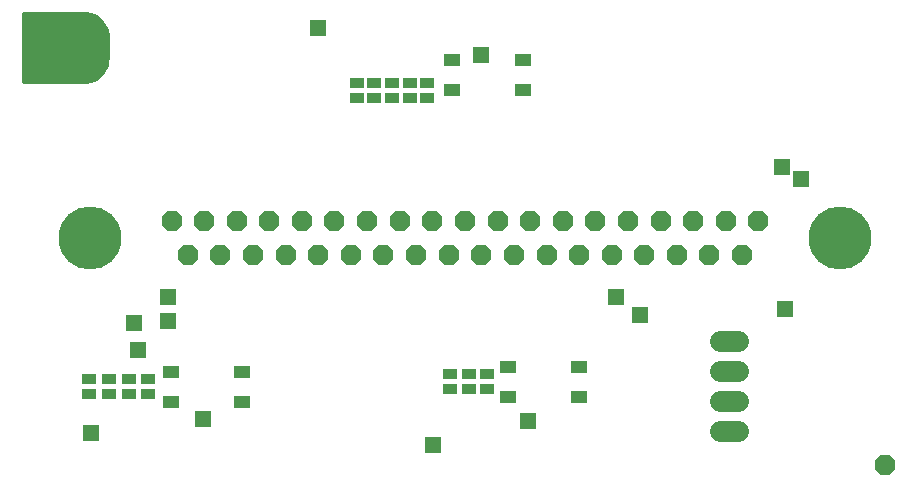
<source format=gbs>
G75*
%MOIN*%
%OFA0B0*%
%FSLAX25Y25*%
%IPPOS*%
%LPD*%
%AMOC8*
5,1,8,0,0,1.08239X$1,22.5*
%
%ADD10C,0.01600*%
%ADD11OC8,0.06984*%
%ADD12C,0.20984*%
%ADD13R,0.05709X0.04134*%
%ADD14R,0.04528X0.03740*%
%ADD15C,0.06984*%
%ADD16R,0.05346X0.05346*%
D10*
X0018705Y0146264D02*
X0018705Y0168764D01*
X0038331Y0168764D01*
X0039562Y0168667D01*
X0040764Y0168378D01*
X0041905Y0167906D01*
X0042959Y0167260D01*
X0043898Y0166458D01*
X0044701Y0165518D01*
X0045347Y0164464D01*
X0045819Y0163323D01*
X0046108Y0162122D01*
X0046205Y0160890D01*
X0046205Y0154138D01*
X0046108Y0152906D01*
X0045819Y0151705D01*
X0045347Y0150563D01*
X0044701Y0149510D01*
X0043898Y0148570D01*
X0042959Y0147768D01*
X0041905Y0147122D01*
X0040764Y0146649D01*
X0039562Y0146361D01*
X0038331Y0146264D01*
X0018705Y0146264D01*
X0018705Y0147500D02*
X0042522Y0147500D01*
X0044350Y0149098D02*
X0018705Y0149098D01*
X0018705Y0150697D02*
X0045402Y0150697D01*
X0045961Y0152295D02*
X0018705Y0152295D01*
X0018705Y0153894D02*
X0046186Y0153894D01*
X0046205Y0155492D02*
X0018705Y0155492D01*
X0018705Y0157091D02*
X0046205Y0157091D01*
X0046205Y0158689D02*
X0018705Y0158689D01*
X0018705Y0160288D02*
X0046205Y0160288D01*
X0046126Y0161886D02*
X0018705Y0161886D01*
X0018705Y0163485D02*
X0045752Y0163485D01*
X0044967Y0165083D02*
X0018705Y0165083D01*
X0018705Y0166682D02*
X0043636Y0166682D01*
X0041001Y0168280D02*
X0018705Y0168280D01*
D11*
X0067788Y0099549D03*
X0078688Y0099549D03*
X0089488Y0099549D03*
X0100388Y0099549D03*
X0111288Y0099549D03*
X0122088Y0099549D03*
X0132988Y0099549D03*
X0143888Y0099549D03*
X0154688Y0099549D03*
X0165588Y0099549D03*
X0176488Y0099549D03*
X0187288Y0099549D03*
X0198188Y0099549D03*
X0209088Y0099549D03*
X0219988Y0099549D03*
X0230788Y0099549D03*
X0241688Y0099549D03*
X0252588Y0099549D03*
X0263388Y0099549D03*
X0257988Y0088349D03*
X0247088Y0088349D03*
X0236288Y0088349D03*
X0225388Y0088349D03*
X0214488Y0088349D03*
X0203688Y0088349D03*
X0192788Y0088349D03*
X0181888Y0088349D03*
X0170988Y0088349D03*
X0160188Y0088349D03*
X0149288Y0088349D03*
X0138388Y0088349D03*
X0127588Y0088349D03*
X0116688Y0088349D03*
X0105788Y0088349D03*
X0094988Y0088349D03*
X0084088Y0088349D03*
X0073188Y0088349D03*
X0305457Y0018351D03*
D12*
X0290588Y0093949D03*
X0040588Y0093949D03*
D13*
X0067528Y0049280D03*
X0067528Y0039280D03*
X0091150Y0039280D03*
X0091150Y0049280D03*
X0179998Y0051175D03*
X0179998Y0041175D03*
X0203620Y0041175D03*
X0203620Y0051175D03*
X0184958Y0143372D03*
X0184958Y0153372D03*
X0161336Y0153372D03*
X0161336Y0143372D03*
D14*
X0153075Y0145791D03*
X0147169Y0145791D03*
X0141264Y0145791D03*
X0135358Y0145791D03*
X0129453Y0145791D03*
X0129453Y0140673D03*
X0135358Y0140673D03*
X0141264Y0140673D03*
X0147169Y0140673D03*
X0153075Y0140673D03*
X0160590Y0048653D03*
X0160590Y0043535D03*
X0167033Y0043573D03*
X0167033Y0048691D03*
X0172939Y0048691D03*
X0172939Y0043573D03*
X0059970Y0041931D03*
X0053671Y0041931D03*
X0046978Y0041931D03*
X0040285Y0041931D03*
X0040285Y0047050D03*
X0046978Y0047050D03*
X0053671Y0047050D03*
X0059970Y0047050D03*
D15*
X0250469Y0049807D02*
X0256469Y0049807D01*
X0256469Y0039807D02*
X0250469Y0039807D01*
X0250469Y0029807D02*
X0256469Y0029807D01*
X0256469Y0059807D02*
X0250469Y0059807D01*
D16*
X0040870Y0029059D03*
X0078272Y0033783D03*
X0056618Y0056618D03*
X0055437Y0065673D03*
X0066461Y0066461D03*
X0066461Y0074335D03*
X0155043Y0025122D03*
X0186539Y0032996D03*
X0223941Y0068429D03*
X0216067Y0074335D03*
X0272366Y0070398D03*
X0277484Y0113705D03*
X0271185Y0117642D03*
X0170791Y0155043D03*
X0116461Y0164098D03*
M02*

</source>
